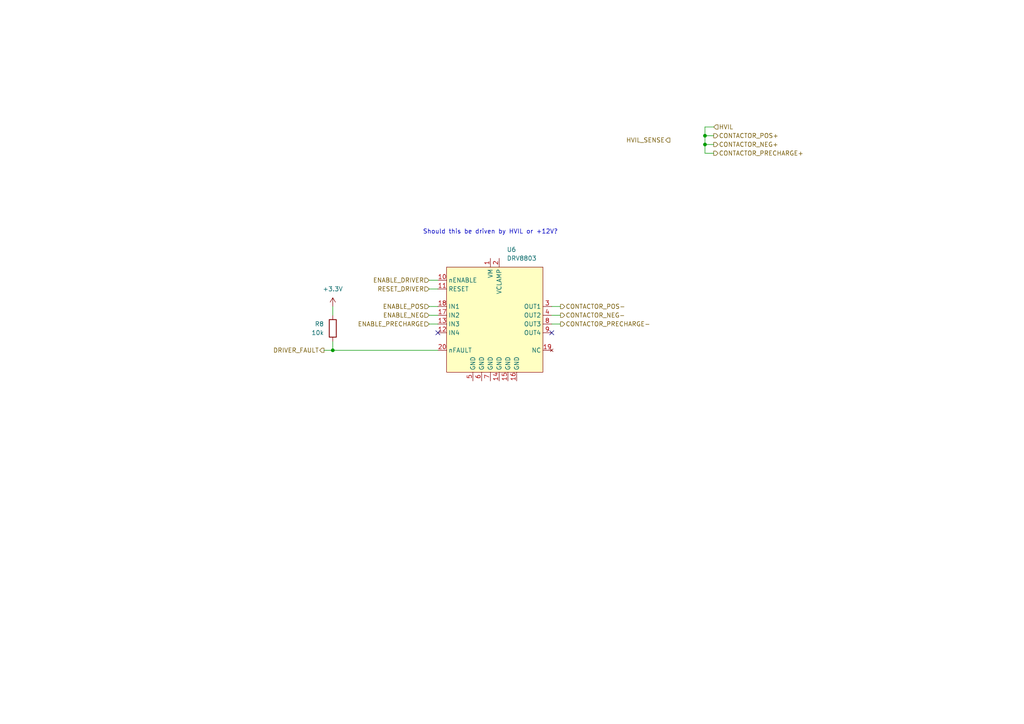
<source format=kicad_sch>
(kicad_sch (version 20231120) (generator "eeschema") (generator_version "8.0")
  (paper "A4")
  (lib_symbols
    (symbol "Device:R" (pin_numbers hide) (pin_names (offset 0))
      (property "Reference" "R" (at 2.032 0 90))
      (property "Value" "R" (at 0 0 90))
      (symbol "R_0_1"
        (rectangle (start -1.016 -2.54) (end 1.016 2.54) (stroke (width 0.254)))
      )
      (symbol "R_1_1"
        (pin passive line (at 0 3.81 270) (length 1.27) (name "~") (number "1"))
        (pin passive line (at 0 -3.81 90) (length 1.27) (name "~") (number "2"))
      )
    )
    (symbol "aphid:DRV8803"
      (property "Reference" "U" (at 0 0 0))
      (property "Value" "DRV8803" (at 0 0 0))
      (symbol "DRV8803_1_1"
        (rectangle (start -13.97 15.24) (end 13.97 -15.24) (fill (type background)))
        (pin power_in line (at -1.27 17.78 270) (length 2.54) (name "VM") (number "1"))
        (pin input line (at -16.51 11.43 0) (length 2.54) (name "nENABLE") (number "10"))
        (pin input line (at -16.51 8.89 0) (length 2.54) (name "RESET") (number "11"))
        (pin input line (at -16.51 -3.81 0) (length 2.54) (name "IN4") (number "12"))
        (pin input line (at -16.51 -1.27 0) (length 2.54) (name "IN3") (number "13"))
        (pin power_in line (at 1.27 -17.78 90) (length 2.54) (name "GND") (number "14"))
        (pin power_in line (at 3.81 -17.78 90) (length 2.54) (name "GND") (number "15"))
        (pin power_in line (at 6.35 -17.78 90) (length 2.54) (name "GND") (number "16"))
        (pin input line (at -16.51 1.27 0) (length 2.54) (name "IN2") (number "17"))
        (pin input line (at -16.51 3.81 0) (length 2.54) (name "IN1") (number "18"))
        (pin no_connect line (at 16.51 -8.89 180) (length 2.54) (name "NC") (number "19"))
        (pin passive line (at 1.27 17.78 270) (length 2.54) (name "VCLAMP") (number "2"))
        (pin output line (at -16.51 -8.89 0) (length 2.54) (name "nFAULT") (number "20"))
        (pin output line (at 16.51 3.81 180) (length 2.54) (name "OUT1") (number "3"))
        (pin output line (at 16.51 1.27 180) (length 2.54) (name "OUT2") (number "4"))
        (pin power_in line (at -6.35 -17.78 90) (length 2.54) (name "GND") (number "5"))
        (pin power_in line (at -3.81 -17.78 90) (length 2.54) (name "GND") (number "6"))
        (pin power_in line (at -1.27 -17.78 90) (length 2.54) (name "GND") (number "7"))
        (pin output line (at 16.51 -1.27 180) (length 2.54) (name "OUT3") (number "8"))
        (pin output line (at 16.51 -3.81 180) (length 2.54) (name "OUT4") (number "9"))
      )
    )
    (symbol "power:+3.3V" (power) (pin_numbers hide) (pin_names (offset 0) hide)
      (property "Value" "+3.3V" (at 0 3.556 0))
      (symbol "+3.3V_0_1"
        (polyline (pts (xy -0.762 1.27) (xy 0 2.54)))
        (polyline (pts (xy 0 0) (xy 0 2.54)))
        (polyline (pts (xy 0 2.54) (xy 0.762 1.27)))
      )
      (symbol "+3.3V_1_1"
        (pin power_in line (at 0 0 90) (length 0) (name "~") (number "1"))
      )
    )
  )
  (junction (at 96.52 101.6))
  (junction (at 204.47 41.91))
  (junction (at 204.47 39.37))
  (no_connect (at 127 96.52))
  (no_connect (at 160.02 96.52))
  (wire (pts (xy 160.02 91.44) (xy 162.56 91.44)))
  (wire (pts (xy 160.02 88.9) (xy 162.56 88.9)))
  (wire (pts (xy 204.47 36.83) (xy 204.47 39.37)))
  (wire (pts (xy 160.02 93.98) (xy 162.56 93.98)))
  (wire (pts (xy 204.47 39.37) (xy 207.01 39.37)))
  (wire (pts (xy 124.46 91.44) (xy 127 91.44)))
  (wire (pts (xy 127 101.6) (xy 96.52 101.6)))
  (wire (pts (xy 96.52 99.06) (xy 96.52 101.6)))
  (wire (pts (xy 93.98 101.6) (xy 96.52 101.6)))
  (wire (pts (xy 204.47 41.91) (xy 207.01 41.91)))
  (wire (pts (xy 124.46 83.82) (xy 127 83.82)))
  (wire (pts (xy 96.52 88.9) (xy 96.52 91.44)))
  (wire (pts (xy 124.46 88.9) (xy 127 88.9)))
  (wire (pts (xy 124.46 93.98) (xy 127 93.98)))
  (wire (pts (xy 204.47 44.45) (xy 207.01 44.45)))
  (wire (pts (xy 124.46 81.28) (xy 127 81.28)))
  (wire (pts (xy 204.47 41.91) (xy 204.47 44.45)))
  (wire (pts (xy 207.01 36.83) (xy 204.47 36.83)))
  (wire (pts (xy 204.47 39.37) (xy 204.47 41.91)))
  (text "Should this be driven by HVIL or +12V?" (at 142.24 67.31 0) (effects (font (size 1.27 1.27))))
  (hierarchical_label "ENABLE_PRECHARGE" (shape input) (at 124.46 93.98 180))
  (hierarchical_label "ENABLE_DRIVER" (shape input) (at 124.46 81.28 180))
  (hierarchical_label "CONTACTOR_POS-" (shape output) (at 162.56 88.9 0))
  (hierarchical_label "CONTACTOR_PRECHARGE-" (shape output) (at 162.56 93.98 0))
  (hierarchical_label "HVIL_SENSE" (shape output) (at 194.31 40.64 180))
  (hierarchical_label "ENABLE_POS" (shape input) (at 124.46 88.9 180))
  (hierarchical_label "CONTACTOR_NEG-" (shape output) (at 162.56 91.44 0))
  (hierarchical_label "HVIL" (shape input) (at 207.01 36.83 0))
  (hierarchical_label "CONTACTOR_NEG+" (shape output) (at 207.01 41.91 0))
  (hierarchical_label "CONTACTOR_POS+" (shape output) (at 207.01 39.37 0))
  (hierarchical_label "ENABLE_NEG" (shape input) (at 124.46 91.44 180))
  (hierarchical_label "CONTACTOR_PRECHARGE+" (shape output) (at 207.01 44.45 0))
  (hierarchical_label "RESET_DRIVER" (shape input) (at 124.46 83.82 180))
  (hierarchical_label "DRIVER_FAULT" (shape output) (at 93.98 101.6 180))
  (symbol (lib_id "aphid:DRV8803") (at 143.51 92.71 0) (unit 1)
    (property "Reference" "U6" (at 146.9741 72.39 0) (effects (justify left)))
    (property "Value" "DRV8803" (at 146.9741 74.93 0) (effects (justify left)))
    (property "Footprint" "Package_SO:SOIC-16W_7.5x12.8mm_P1.27mm" (effects (hide yes)))
    (property "Datasheet" "https://www.ti.com/lit/ds/symlink/drv8803.pdf" (effects (hide yes)))
  )
  (symbol (lib_id "Device:R") (at 96.52 95.25 0) (mirror y) (unit 1)
    (property "Reference" "R8" (at 93.98 93.9799 0) (effects (justify left)))
    (property "Value" "10k" (at 93.98 96.5199 0) (effects (justify left)))
    (property "Footprint" "Resistor_SMD:R_0805_2012Metric" (effects (hide yes)))
    (property "Description" "Resistor" (effects (hide yes)))
  )
  (symbol (lib_id "power:+3.3V") (at 96.52 88.9 0) (unit 1)
    (property "Reference" "#PWR035" (effects (hide yes)))
    (property "Value" "+3.3V" (at 96.52 83.82 0))
    (property "Description" "Power symbol creates a global label with name \"+3.3V\"" (effects (hide yes)))
  )
)
</source>
